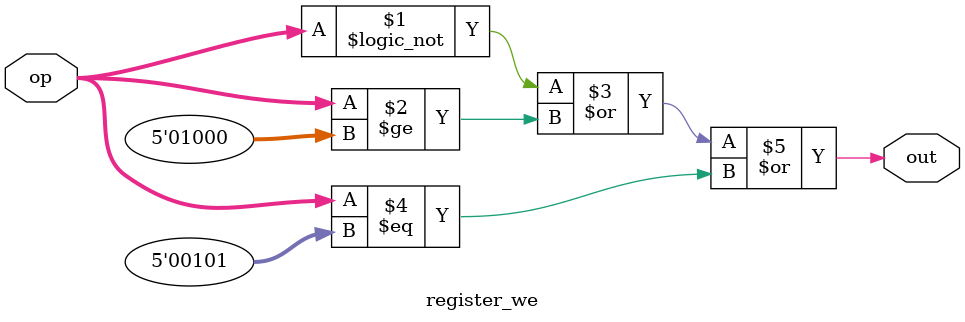
<source format=v>
module op_type(out, op);
    input[4:0] op;
    output[3:0] out;

    // R = 00000, 01000 - 11111
    // I = 00101, 00111, 01000, 00010, 00110
    // JI = 00001, 00011, 10110, 10101
    // JII = 00100
    

    // out order: [R, I, JI, JII]
    assign out[1] = (op == 5'b00101) | (op == 5'b00111) | (op == 5'b01000) | (op == 5'b00010) | (op == 5'b00110);
    assign out[2] = (op == 5'b00001) | (op == 5'b00011) | (op == 5'b10110) | (op == 5'b10101);
    assign out[3] = (op == 5'b00100);
    assign out[0] = ((op == 5'b00000) | (op >= 5'b01000) ) & ~out[1] & ~out[2] & ~out[3];
endmodule

module register_we(out, op);
    input[4:0] op;
    output out;

    // R = 00000, 01000 - 11111
    // I = 00101, 00111, 01000, 00010, 00110
    // JI = 00001, 00011, 10110, 10101
    // JII = 00100

    // out order: [R, I, JI, JII]
    assign out = ((op == 5'b00000) | (op >= 5'b01000) | (op == 5'b00101) );
endmodule

</source>
